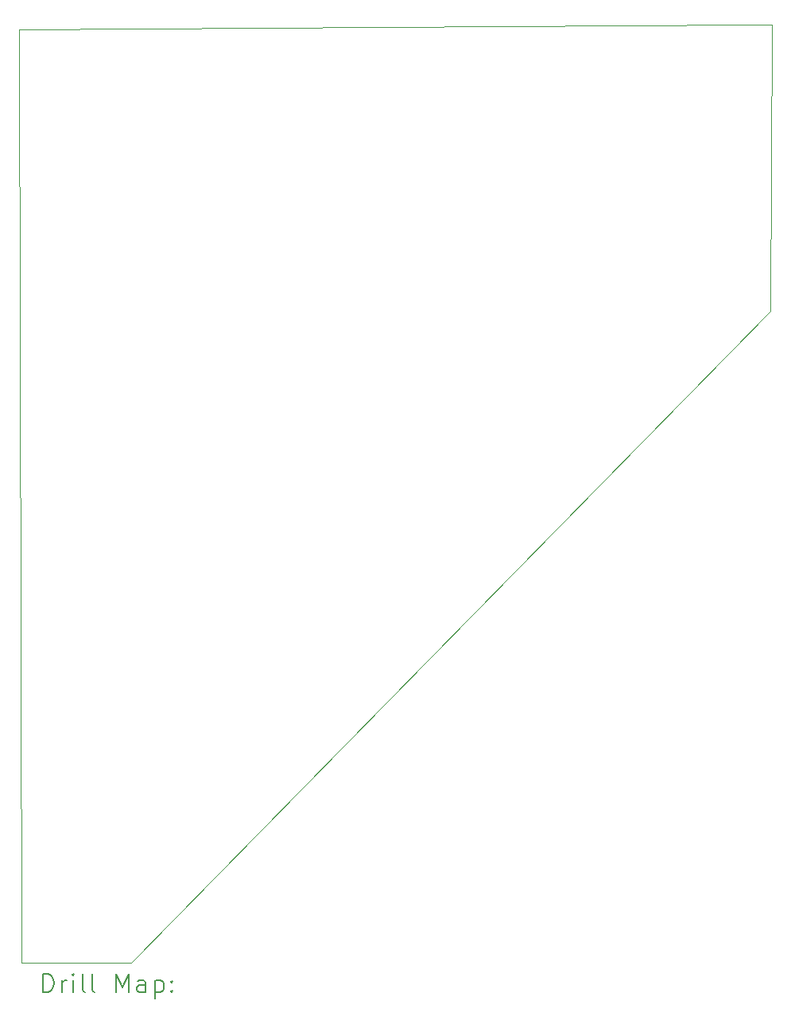
<source format=gbr>
%TF.GenerationSoftware,KiCad,Pcbnew,(6.0.8-1)-1*%
%TF.CreationDate,2023-08-14T14:14:30-03:00*%
%TF.ProjectId,EMMMA-K-v3.1-Slave,454d4d4d-412d-44b2-9d76-332e312d536c,rev?*%
%TF.SameCoordinates,Original*%
%TF.FileFunction,Drillmap*%
%TF.FilePolarity,Positive*%
%FSLAX45Y45*%
G04 Gerber Fmt 4.5, Leading zero omitted, Abs format (unit mm)*
G04 Created by KiCad (PCBNEW (6.0.8-1)-1) date 2023-08-14 14:14:30*
%MOMM*%
%LPD*%
G01*
G04 APERTURE LIST*
%ADD10C,0.100000*%
%ADD11C,0.200000*%
G04 APERTURE END LIST*
D10*
X22021790Y-7068195D02*
X15214590Y-14002395D01*
X14046190Y-14002395D01*
X14020790Y-4070995D01*
X21767790Y-4020195D01*
X22033990Y-4020195D01*
X22021790Y-7068195D01*
D11*
X14273409Y-14317872D02*
X14273409Y-14117872D01*
X14321028Y-14117872D01*
X14349600Y-14127395D01*
X14368647Y-14146443D01*
X14378171Y-14165491D01*
X14387695Y-14203586D01*
X14387695Y-14232157D01*
X14378171Y-14270253D01*
X14368647Y-14289300D01*
X14349600Y-14308348D01*
X14321028Y-14317872D01*
X14273409Y-14317872D01*
X14473409Y-14317872D02*
X14473409Y-14184538D01*
X14473409Y-14222633D02*
X14482933Y-14203586D01*
X14492457Y-14194062D01*
X14511504Y-14184538D01*
X14530552Y-14184538D01*
X14597219Y-14317872D02*
X14597219Y-14184538D01*
X14597219Y-14117872D02*
X14587695Y-14127395D01*
X14597219Y-14136919D01*
X14606742Y-14127395D01*
X14597219Y-14117872D01*
X14597219Y-14136919D01*
X14721028Y-14317872D02*
X14701981Y-14308348D01*
X14692457Y-14289300D01*
X14692457Y-14117872D01*
X14825790Y-14317872D02*
X14806742Y-14308348D01*
X14797219Y-14289300D01*
X14797219Y-14117872D01*
X15054362Y-14317872D02*
X15054362Y-14117872D01*
X15121028Y-14260729D01*
X15187695Y-14117872D01*
X15187695Y-14317872D01*
X15368647Y-14317872D02*
X15368647Y-14213110D01*
X15359123Y-14194062D01*
X15340076Y-14184538D01*
X15301981Y-14184538D01*
X15282933Y-14194062D01*
X15368647Y-14308348D02*
X15349600Y-14317872D01*
X15301981Y-14317872D01*
X15282933Y-14308348D01*
X15273409Y-14289300D01*
X15273409Y-14270253D01*
X15282933Y-14251205D01*
X15301981Y-14241681D01*
X15349600Y-14241681D01*
X15368647Y-14232157D01*
X15463885Y-14184538D02*
X15463885Y-14384538D01*
X15463885Y-14194062D02*
X15482933Y-14184538D01*
X15521028Y-14184538D01*
X15540076Y-14194062D01*
X15549600Y-14203586D01*
X15559123Y-14222633D01*
X15559123Y-14279776D01*
X15549600Y-14298824D01*
X15540076Y-14308348D01*
X15521028Y-14317872D01*
X15482933Y-14317872D01*
X15463885Y-14308348D01*
X15644838Y-14298824D02*
X15654362Y-14308348D01*
X15644838Y-14317872D01*
X15635314Y-14308348D01*
X15644838Y-14298824D01*
X15644838Y-14317872D01*
X15644838Y-14194062D02*
X15654362Y-14203586D01*
X15644838Y-14213110D01*
X15635314Y-14203586D01*
X15644838Y-14194062D01*
X15644838Y-14213110D01*
M02*

</source>
